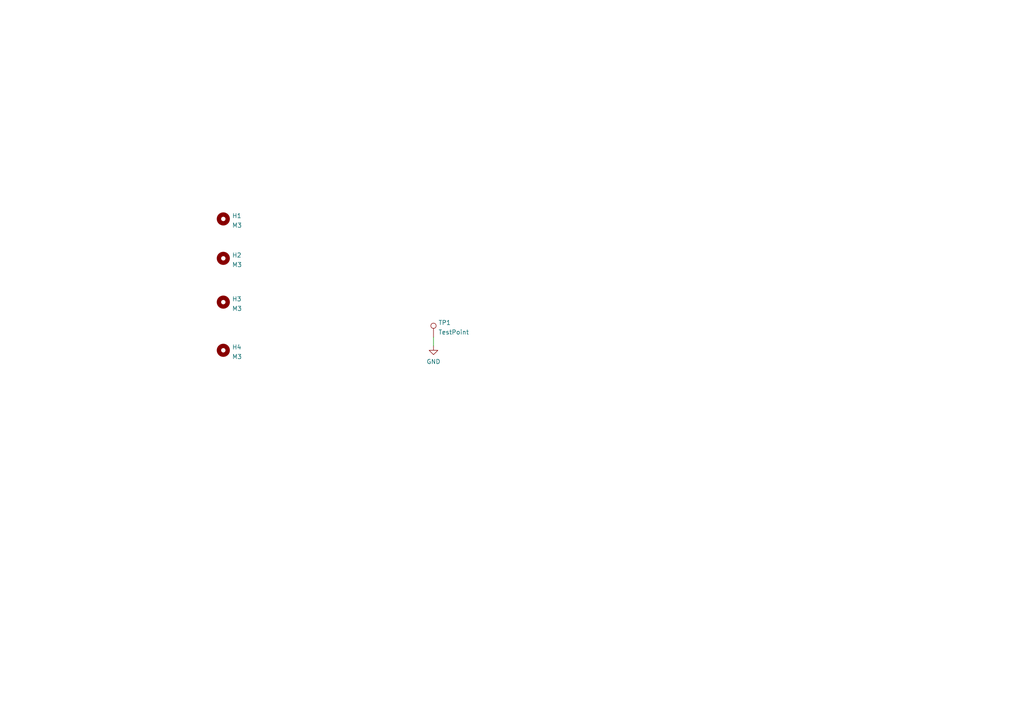
<source format=kicad_sch>
(kicad_sch (version 20211123) (generator eeschema)
  (paper "A4")
  (title_block (title "Max 50x100 ") (company "Copyright (c) 2023  Andrew Fischer") (comment 4 "Licensed Under Creative Commons CC-BY-NC-SA 4.0"))
  (lib_symbols
    (symbol "Connector:TestPoint" (pin_numbers hide) (pin_names (offset 0.762) hide)
      (property "Reference" "TP" (at 0 6.858 0))
      (property "Value" "TestPoint" (at 0 5.08 0))
      (symbol "TestPoint_0_1"
        (circle (center 0 3.302) (radius 0.762))
      )
      (symbol "TestPoint_1_1"
        (pin passive line (at 0 0 90) (length 2.54) (name "1") (number "1"))
      )
    )
    (symbol "Mechanical:MountingHole" (pin_names (offset 1.016))
      (property "Reference" "H" (at 0 5.08 0))
      (property "Value" "MountingHole" (at 0 3.175 0))
      (symbol "MountingHole_0_1"
        (circle (center 0 0) (radius 1.27) (stroke (width 1.27)))
      )
    )
    (symbol "power:GND" (power) (pin_names (offset 0))
      (property "Value" "GND" (at 0 -3.81 0))
      (symbol "GND_0_1"
        (polyline (pts (xy 0 0) (xy 0 -1.27) (xy 1.27 -1.27) (xy 0 -2.54) (xy -1.27 -1.27) (xy 0 -1.27)))
      )
      (symbol "GND_1_1"
        (pin power_in line (at 0 0 270) (length 0) hide (name "GND") (number "1"))
      )
    )
  )
  (wire (pts (xy 125.73 97.79) (xy 125.73 100.33)))
  (symbol (lib_id "power:GND") (at 125.73 100.33 0) (unit 1)
    (property "Reference" "#PWR01" (effects hide))
    (property "Value" "GND" (at 125.73 104.8925 0))
  )
  (symbol (lib_id "Mechanical:MountingHole") (at 64.77 87.63 0) (unit 1)
    (property "Reference" "H3" (at 67.31 86.7215 0) (effects (justify left)))
    (property "Value" "M3" (at 67.31 89.4966 0) (effects (justify left)))
    (property "Footprint" "MountingHole:MountingHole_3.2mm_M3" (effects hide))
  )
  (symbol (lib_id "Mechanical:MountingHole") (at 64.77 74.93 0) (unit 1)
    (property "Reference" "H2" (at 67.31 74.0215 0) (effects (justify left)))
    (property "Value" "M3" (at 67.31 76.7966 0) (effects (justify left)))
    (property "Footprint" "MountingHole:MountingHole_3.2mm_M3" (effects hide))
  )
  (symbol (lib_id "Mechanical:MountingHole") (at 64.77 63.5 0) (unit 1)
    (property "Reference" "H1" (at 67.31 62.5915 0) (effects (justify left)))
    (property "Value" "M3" (at 67.31 65.3666 0) (effects (justify left)))
    (property "Footprint" "MountingHole:MountingHole_3.2mm_M3" (effects hide))
  )
  (symbol (lib_id "Mechanical:MountingHole") (at 64.77 101.6 0) (unit 1)
    (property "Reference" "H4" (at 67.31 100.6915 0) (effects (justify left)))
    (property "Value" "M3" (at 67.31 103.4666 0) (effects (justify left)))
    (property "Footprint" "MountingHole:MountingHole_3.2mm_M3" (effects hide))
  )
  (symbol (lib_id "Connector:TestPoint") (at 125.73 97.79 0) (unit 1)
    (property "Reference" "TP1" (at 127.127 93.5795 0) (effects (justify left)))
    (property "Value" "TestPoint" (at 127.127 96.3546 0) (effects (justify left)))
    (property "Footprint" "TestPoint:TestPoint_THTPad_D3.0mm_Drill1.5mm" (effects hide))
  )
)
</source>
